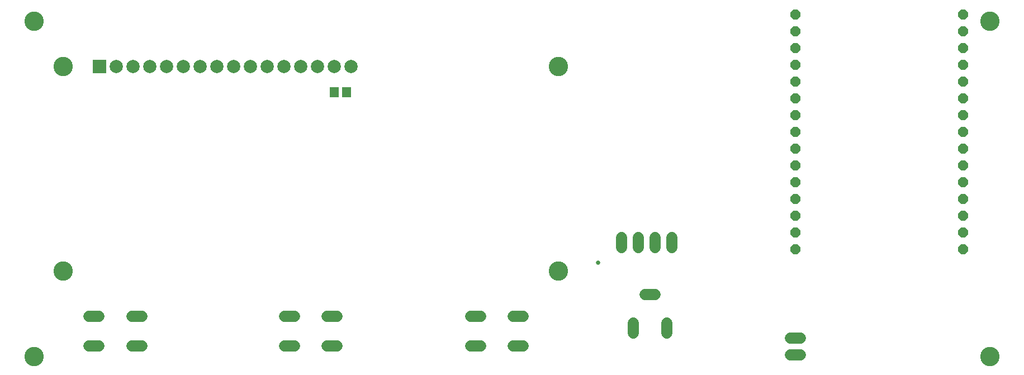
<source format=gbr>
G04 EAGLE Gerber RS-274X export*
G75*
%MOMM*%
%FSLAX34Y34*%
%LPD*%
%INSoldermask Bottom*%
%IPPOS*%
%AMOC8*
5,1,8,0,0,1.08239X$1,22.5*%
G01*
%ADD10C,2.927000*%
%ADD11C,1.651000*%
%ADD12R,2.006600X2.006600*%
%ADD13C,2.006600*%
%ADD14R,1.427000X1.627000*%
%ADD15P,1.677055X8X22.500000*%
%ADD16C,0.652000*%


D10*
X25400Y533400D03*
X25400Y25400D03*
X1473200Y25400D03*
X1473200Y533400D03*
D11*
X1186180Y53340D02*
X1170940Y53340D01*
X1170940Y27940D02*
X1186180Y27940D01*
D12*
X124500Y464880D03*
D13*
X149900Y464880D03*
X175300Y464880D03*
X200700Y464880D03*
X226100Y464880D03*
X251500Y464880D03*
X276900Y464880D03*
X302300Y464880D03*
X327700Y464880D03*
X353100Y464880D03*
X378500Y464880D03*
X403900Y464880D03*
X429300Y464880D03*
X454700Y464880D03*
X480100Y464880D03*
X505500Y464880D03*
D10*
X69500Y464880D03*
X69500Y154880D03*
X819500Y464880D03*
X819500Y154880D03*
D14*
X498958Y425450D03*
X479958Y425450D03*
D11*
X991870Y205740D02*
X991870Y190500D01*
X966470Y190500D02*
X966470Y205740D01*
X941070Y205740D02*
X941070Y190500D01*
X915670Y190500D02*
X915670Y205740D01*
D15*
X1432560Y187960D03*
X1432560Y264160D03*
X1432560Y289560D03*
X1432560Y365760D03*
X1178560Y264160D03*
X1178560Y238760D03*
X1178560Y289560D03*
X1432560Y238760D03*
X1432560Y391160D03*
X1432560Y416560D03*
X1432560Y441960D03*
X1432560Y518160D03*
X1432560Y543560D03*
X1178560Y365760D03*
X1178560Y340360D03*
X1178560Y314960D03*
X1178560Y416560D03*
X1178560Y391160D03*
X1178560Y467360D03*
X1178560Y441960D03*
X1178560Y543560D03*
X1178560Y213360D03*
X1432560Y213360D03*
X1432560Y467360D03*
X1432560Y314960D03*
X1432560Y492760D03*
X1432560Y340360D03*
X1178560Y187960D03*
X1178560Y492760D03*
X1178560Y518160D03*
D11*
X484632Y40894D02*
X469392Y40894D01*
X419608Y40894D02*
X404368Y40894D01*
X469392Y86106D02*
X484632Y86106D01*
X419608Y86106D02*
X404368Y86106D01*
X188722Y40894D02*
X173482Y40894D01*
X123698Y40894D02*
X108458Y40894D01*
X173482Y86106D02*
X188722Y86106D01*
X123698Y86106D02*
X108458Y86106D01*
X751332Y40894D02*
X766572Y40894D01*
X701548Y40894D02*
X686308Y40894D01*
X751332Y86106D02*
X766572Y86106D01*
X701548Y86106D02*
X686308Y86106D01*
X933450Y76200D02*
X933450Y60960D01*
X984250Y60960D02*
X984250Y76200D01*
X966470Y119380D02*
X951230Y119380D01*
D16*
X880110Y167640D03*
M02*

</source>
